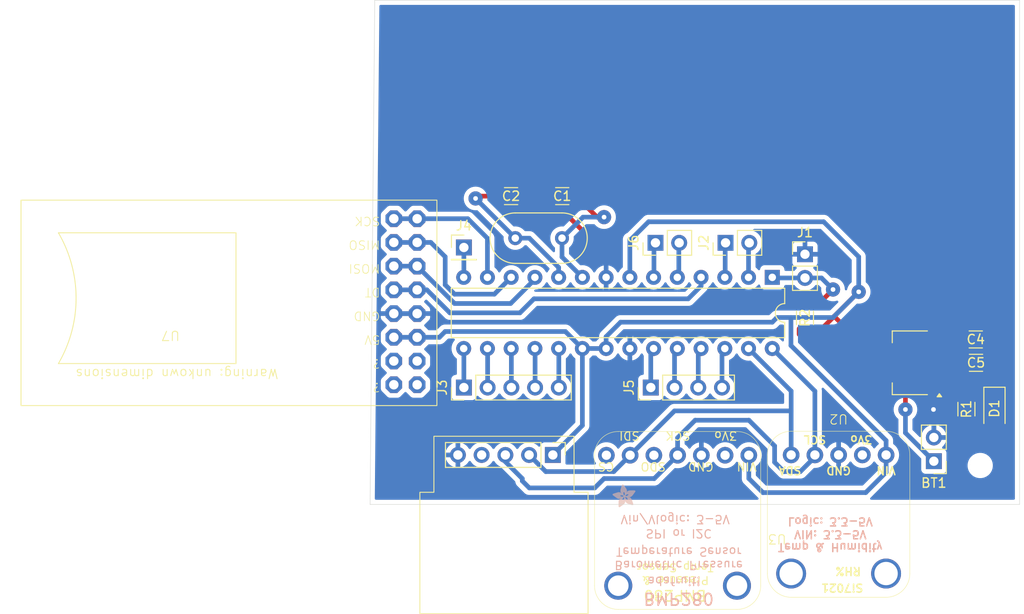
<source format=kicad_pcb>
(kicad_pcb (version 20240108) (generator "pcbnew") (generator_version "8.0")
  (layers (0 "F.Cu" signal) (31 "B.Cu" signal) (34 "B.Paste" user) (35 "F.Paste" user) (36 "B.SilkS" user "B.Silkscreen") (37 "F.SilkS" user "F.Silkscreen") (38 "B.Mask" user) (39 "F.Mask" user) (44 "Edge.Cuts" user))
  (net 0 "")
  (net 2 "GND")
  (net 4 "SDA")
  (net 5 "SCL")
  (net 8 "RST")
  (net 9 "Net-(J3-Pin_2)")
  (net 10 "Net-(J3-Pin_5)")
  (net 11 "Net-(D1-A)")
  (net 12 "/CLK")
  (net 13 "Net-(U4-XTAL1{slash}PB6)")
  (net 14 "/CS")
  (net 15 "+5V")
  (net 16 "Net-(J2-Pin_2)")
  (net 17 "Net-(J2-Pin_1)")
  (net 18 "Net-(J3-Pin_1)")
  (net 19 "Net-(J3-Pin_4)")
  (net 20 "Net-(J4-Pin_1)")
  (net 21 "Net-(J3-Pin_3)")
  (net 22 "/Vin")
  (net 23 "Net-(J5-Pin_3)")
  (net 24 "Net-(J5-Pin_2)")
  (net 25 "Net-(J5-Pin_1)")
  (net 26 "Net-(J5-Pin_4)")
  (net 27 "Net-(J6-Pin_1)")
  (net 28 "Net-(J6-Pin_2)")
  (net 29 "/MOSI")
  (net 30 "/MISO")
  (net 31 "/DT")
  (footprint "Capacitor_SMD:C_1206_3216Metric" (layer "F.Cu") (at 219.145 109.25 180)
    (property "Reference" "C1" (at 0 0 0) (layer "F.SilkS"))
    (property "Value" "22p")
    (pad "1" smd roundrect (at -1.475 0 180) (size 1.15 1.8) (layers "F.Cu" "F.Paste" "F.Mask") (roundrect_rratio 0.217391) (net 13 "Net-(U4-XTAL1{slash}PB6)"))
    (pad "2" smd roundrect (at 1.475 0 180) (size 1.15 1.8) (layers "F.Cu" "F.Paste" "F.Mask") (roundrect_rratio 0.217391) (net 2 "GND"))
  )
  (footprint "Resistor_SMD:R_1206_3216Metric" (layer "F.Cu") (at 262.395 132.0625 -90)
    (property "Reference" "R1" (at 0 0 90) (layer "F.SilkS"))
    (property "Value" "120")
    (pad "1" smd roundrect (at -1.4625 0 270) (size 1.125 1.75) (layers "F.Cu" "F.Paste" "F.Mask") (roundrect_rratio 0.222222) (net 15 "+5V"))
    (pad "2" smd roundrect (at 1.4625 0 270) (size 1.125 1.75) (layers "F.Cu" "F.Paste" "F.Mask") (roundrect_rratio 0.222222) (net 11 "Net-(D1-A)"))
  )
  (footprint "MountingHole:MountingHole_2.2mm_M2" (layer "F.Cu") (at 263.87 138.1)
    (property "Reference" "REF**" (hide yes))
    (property "Value" "MountingHole_2.2mm_M2" (hide yes))
    (pad "" np_thru_hole circle (at 0 0) (size 2.2 2.2) (drill 2.2) (layers "*.Cu" "*.Mask"))
  )
  (footprint "Package_DIP:DIP-28_W7.62mm" (layer "F.Cu") (at 241.62 117.95 -90)
    (property "Reference" "U4" (hide yes))
    (property "Value" "ATmega328-P")
    (pad "1" thru_hole rect (at 0 0 270) (size 1.6 1.6) (drill 0.8) (layers "*.Cu" "*.Mask") (net 8 "RST"))
    (pad "2" thru_hole oval (at 0 2.54 270) (size 1.6 1.6) (drill 0.8) (layers "*.Cu" "*.Mask") (net 16 "Net-(J2-Pin_2)"))
    (pad "3" thru_hole oval (at 0 5.08 270) (size 1.6 1.6) (drill 0.8) (layers "*.Cu" "*.Mask") (net 17 "Net-(J2-Pin_1)"))
    (pad "4" thru_hole oval (at 0 7.62 270) (size 1.6 1.6) (drill 0.8) (layers "*.Cu" "*.Mask") (net 31 "/DT"))
    (pad "5" thru_hole oval (at 0 10.16 270) (size 1.6 1.6) (drill 0.8) (layers "*.Cu" "*.Mask") (net 28 "Net-(J6-Pin_2)"))
    (pad "6" thru_hole oval (at 0 12.7 270) (size 1.6 1.6) (drill 0.8) (layers "*.Cu" "*.Mask") (net 27 "Net-(J6-Pin_1)"))
    (pad "7" thru_hole oval (at 0 15.24 270) (size 1.6 1.6) (drill 0.8) (layers "*.Cu" "*.Mask") (net 15 "+5V"))
    (pad "8" thru_hole oval (at 0 17.78 270) (size 1.6 1.6) (drill 0.8) (layers "*.Cu" "*.Mask") (net 2 "GND"))
    (pad "9" thru_hole oval (at 0 20.32 270) (size 1.6 1.6) (drill 0.8) (layers "*.Cu" "*.Mask") (net 13 "Net-(U4-XTAL1{slash}PB6)"))
    (pad "10" thru_hole oval (at 0 22.86 270) (size 1.6 1.6) (drill 0.8) (layers "*.Cu" "*.Mask") (net 14 "/CS"))
    (pad "11" thru_hole oval (at 0 25.4 270) (size 1.6 1.6) (drill 0.8) (layers "*.Cu" "*.Mask") (net 29 "/MOSI"))
    (pad "12" thru_hole oval (at 0 27.94 270) (size 1.6 1.6) (drill 0.8) (layers "*.Cu" "*.Mask") (net 30 "/MISO"))
    (pad "13" thru_hole oval (at 0 30.48 270) (size 1.6 1.6) (drill 0.8) (layers "*.Cu" "*.Mask") (net 12 "/CLK"))
    (pad "14" thru_hole oval (at 0 33.02 270) (size 1.6 1.6) (drill 0.8) (layers "*.Cu" "*.Mask") (net 20 "Net-(J4-Pin_1)"))
    (pad "15" thru_hole oval (at 7.62 33.02 270) (size 1.6 1.6) (drill 0.8) (layers "*.Cu" "*.Mask") (net 18 "Net-(J3-Pin_1)"))
    (pad "16" thru_hole oval (at 7.62 30.48 270) (size 1.6 1.6) (drill 0.8) (layers "*.Cu" "*.Mask") (net 9 "Net-(J3-Pin_2)"))
    (pad "17" thru_hole oval (at 7.62 27.94 270) (size 1.6 1.6) (drill 0.8) (layers "*.Cu" "*.Mask") (net 21 "Net-(J3-Pin_3)"))
    (pad "18" thru_hole oval (at 7.62 25.4 270) (size 1.6 1.6) (drill 0.8) (layers "*.Cu" "*.Mask") (net 19 "Net-(J3-Pin_4)"))
    (pad "19" thru_hole oval (at 7.62 22.86 270) (size 1.6 1.6) (drill 0.8) (layers "*.Cu" "*.Mask") (net 10 "Net-(J3-Pin_5)"))
    (pad "20" thru_hole oval (at 7.62 20.32 270) (size 1.6 1.6) (drill 0.8) (layers "*.Cu" "*.Mask") (net 15 "+5V"))
    (pad "21" thru_hole oval (at 7.62 17.78 270) (size 1.6 1.6) (drill 0.8) (layers "*.Cu" "*.Mask") (net 15 "+5V"))
    (pad "22" thru_hole oval (at 7.62 15.24 270) (size 1.6 1.6) (drill 0.8) (layers "*.Cu" "*.Mask") (net 2 "GND"))
    (pad "23" thru_hole oval (at 7.62 12.7 270) (size 1.6 1.6) (drill 0.8) (layers "*.Cu" "*.Mask") (net 25 "Net-(J5-Pin_1)"))
    (pad "24" thru_hole oval (at 7.62 10.16 270) (size 1.6 1.6) (drill 0.8) (layers "*.Cu" "*.Mask") (net 24 "Net-(J5-Pin_2)"))
    (pad "25" thru_hole oval (at 7.62 7.62 270) (size 1.6 1.6) (drill 0.8) (layers "*.Cu" "*.Mask") (net 23 "Net-(J5-Pin_3)"))
    (pad "26" thru_hole oval (at 7.62 5.08 270) (size 1.6 1.6) (drill 0.8) (layers "*.Cu" "*.Mask") (net 26 "Net-(J5-Pin_4)"))
    (pad "27" thru_hole oval (at 7.62 2.54 270) (size 1.6 1.6) (drill 0.8) (layers "*.Cu" "*.Mask") (net 4 "SDA"))
    (pad "28" thru_hole oval (at 7.62 0 270) (size 1.6 1.6) (drill 0.8) (layers "*.Cu" "*.Mask") (net 5 "SCL"))
  )
  (footprint "sensors:BMP280" (layer "F.Cu") (at 233.3955 125.614 180)
    (property "Reference" "U3" (at -8.7445 -20.356 180) (layer "F.SilkS") (effects (font (thickness 0.1))))
    (property "Value" "~" (hide yes))
    (fp_text user "BMP280" (at 1.7785 -26.753 180) (layer "B.SilkS") (effects (font (size 1.251712 1.251712) (thickness 0.170688)) (justify mirror)))
    (fp_text user "Vin/Vlogic: 3-5V" (at 2.1595 -18.244 180) (layer "B.SilkS") (effects (font (size 0.89408 0.89408) (thickness 0.12192)) (justify mirror)))
    (fp_text user "adafruit!" (at 5.2075 -24.34 180) (layer "B.SilkS") (effects (font (size 0.89408 0.89408) (thickness 0.12192)) (justify left bottom mirror)))
    (fp_text user "SPI or I2C" (at 1.7785 -19.768 180) (layer "B.SilkS") (effects (font (size 0.89408 0.89408) (thickness 0.12192)) (justify mirror)))
    (fp_text user "Barometric Pressure\nTemperature Sensor" (at 1.7785 -22.435 180) (layer "B.SilkS") (effects (font (size 0.89408 0.89408) (thickness 0.12192)) (justify mirror)))
    (fp_text user "3Vo" (at -4.518233 -8.768987 180) (layer "F.SilkS") (effects (font (size 0.89408 0.89408) (thickness 0.12192)) (justify left bottom)))
    (fp_text user "SCK" (at 0.475891 -8.768987 180) (layer "F.SilkS") (effects (font (size 0.89408 0.89408) (thickness 0.12192)) (justify left bottom)))
    (fp_text user "CS" (at 8.608971 -12.070987 180) (layer "F.SilkS") (effects (font (size 0.89408 0.89408) (thickness 0.12192)) (justify left bottom)))
    (fp_text user "SDI" (at 5.897219 -8.768987 180) (layer "F.SilkS") (effects (font (size 0.89408 0.89408) (thickness 0.12192)) (justify left bottom)))
    (fp_text user "GND" (at -2.022259 -12.070987 180) (layer "F.SilkS") (effects (font (size 0.89408 0.89408) (thickness 0.12192)) (justify left bottom)))
    (fp_text user "VIN" (at -6.633205 -12.070987 180) (layer "F.SilkS") (effects (font (size 0.89408 0.89408) (thickness 0.12192)) (justify left bottom)))
    (fp_text user "SDO" (at 3.100316 -12.070987 180) (layer "F.SilkS") (effects (font (size 0.89408 0.89408) (thickness 0.12192)) (justify left bottom)))
    (fp_text user "BMP280" (at -1.2695 -25.737 180) (layer "F.SilkS") (effects (font (size 1.1176 1.1176) (thickness 0.1524)) (justify left bottom)))
    (fp_text user "Pressure &\nTemp Sensor" (at 2.1595 -24.086 180) (layer "F.SilkS") (effects (font (size 0.849376 0.849376) (thickness 0.115824))))
    (pad "1" thru_hole circle (at -5.7145 -11.386 270) (size 1.778 1.778) (drill 1) (layers "*.Cu" "*.Mask") (net 15 "+5V"))
    (pad "2" thru_hole circle (at -3.1745 -11.386 270) (size 1.778 1.778) (drill 1) (layers "*.Cu" "*.Mask"))
    (pad "3" thru_hole circle (at -0.6345 -11.386 270) (size 1.778 1.778) (drill 1) (layers "*.Cu" "*.Mask") (net 2 "GND"))
    (pad "4" thru_hole circle (at 1.9055 -11.386 270) (size 1.778 1.778) (drill 1) (layers "*.Cu" "*.Mask") (net 5 "SCL"))
    (pad "5" thru_hole circle (at 4.4455 -11.386 270) (size 1.778 1.778) (drill 1) (layers "*.Cu" "*.Mask"))
    (pad "6" thru_hole circle (at 6.9855 -11.386 270) (size 1.778 1.778) (drill 1) (layers "*.Cu" "*.Mask") (net 4 "SDA"))
    (pad "7" thru_hole circle (at 9.5255 -11.386 270) (size 1.778 1.778) (drill 1) (layers "*.Cu" "*.Mask"))
    (pad "P$1" thru_hole circle (at -4.4445 -25.356 180) (size 3 3) (drill 2.2) (layers "*.Cu" "*.Mask"))
    (pad "P$1" thru_hole circle (at 8.2555 -25.356 180) (size 3 3) (drill 2.2) (layers "*.Cu" "*.Mask"))
    (zone (net 0) (net_name "") (layer "B.Cu") (connect_pads (clearance 0)) (min_thickness 0.25)
      (keepout (tracks not_allowed) (vias not_allowed) (pads not_allowed) (copperpour not_allowed) (footprints allowed))
      (fill (thermal_gap 0.5) (thermal_bridge_width 0.5))
      (polygon (pts (xy 223.124 150.97) (xy 223.14362 151.250573) (xy 223.202096 151.525685) (xy 223.298292 151.789981) (xy 223.430335 152.038317) (xy 223.595654 152.26586) (xy 223.791033 152.46818) (xy 224.012667 152.64134) (xy 224.256244 152.781969) (xy 224.517022 152.88733) (xy 224.789925 152.955372) (xy 225.069643 152.984772) (xy 225.350729 152.974956) (xy 225.627715 152.926116) (xy 225.895207 152.839203) (xy 226.148 152.715907) (xy 226.381174 152.55863) (xy 226.590189 152.370431) (xy 226.770978 152.154975) (xy 226.920022 151.916455) (xy 227.03442 151.659513) (xy 227.111946 151.38915) (xy 227.151089 151.110629) (xy 227.151089 150.829371) (xy 227.111946 150.55085) (xy 227.03442 150.280487) (xy 226.920022 150.023545) (xy 226.770978 149.785025) (xy 226.590189 149.569569) (xy 226.381174 149.38137) (xy 226.148 149.224093) (xy 225.895207 149.100797) (xy 225.627715 149.013884) (xy 225.350729 148.965044) (xy 225.069643 148.955228) (xy 224.789925 148.984628) (xy 224.517022 149.05267) (xy 224.256244 149.158031) (xy 224.012667 149.29866) (xy 223.791033 149.47182) (xy 223.595654 149.67414) (xy 223.430335 149.901683) (xy 223.298292 150.150019) (xy 223.202096 150.414315) (xy 223.14362 150.689427)))
      (polygon (pts (xy 225.156 150.97) (xy 225.151314 150.958686) (xy 225.14 150.954) (xy 225.128686 150.958686) (xy 225.124 150.97) (xy 225.128686 150.981314) (xy 225.14 150.986) (xy 225.151314 150.981314)))
    )
    (zone (net 0) (net_name "") (layer "B.Cu") (connect_pads (clearance 0)) (min_thickness 0.25)
      (keepout (tracks not_allowed) (vias not_allowed) (pads not_allowed) (copperpour not_allowed) (footprints allowed))
      (fill (thermal_gap 0.5) (thermal_bridge_width 0.5))
      (polygon (pts (xy 235.824 150.97) (xy 235.84362 151.250573) (xy 235.902096 151.525685) (xy 235.998292 151.789981) (xy 236.130335 152.038317) (xy 236.295654 152.26586) (xy 236.491033 152.46818) (xy 236.712667 152.64134) (xy 236.956244 152.781969) (xy 237.217022 152.88733) (xy 237.489925 152.955372) (xy 237.769643 152.984772) (xy 238.050729 152.974956) (xy 238.327715 152.926116) (xy 238.595207 152.839203) (xy 238.848 152.715907) (xy 239.081174 152.55863) (xy 239.290189 152.370431) (xy 239.470978 152.154975) (xy 239.620022 151.916455) (xy 239.73442 151.659513) (xy 239.811946 151.38915) (xy 239.851089 151.110629) (xy 239.851089 150.829371) (xy 239.811946 150.55085) (xy 239.73442 150.280487) (xy 239.620022 150.023545) (xy 239.470978 149.785025) (xy 239.290189 149.569569) (xy 239.081174 149.38137) (xy 238.848 149.224093) (xy 238.595207 149.100797) (xy 238.327715 149.013884) (xy 238.050729 148.965044) (xy 237.769643 148.955228) (xy 237.489925 148.984628) (xy 237.217022 149.05267) (xy 236.956244 149.158031) (xy 236.712667 149.29866) (xy 236.491033 149.47182) (xy 236.295654 149.67414) (xy 236.130335 149.901683) (xy 235.998292 150.150019) (xy 235.902096 150.414315) (xy 235.84362 150.689427)))
      (polygon (pts (xy 237.856 150.97) (xy 237.851314 150.958686) (xy 237.84 150.954) (xy 237.828686 150.958686) (xy 237.824 150.97) (xy 237.828686 150.981314) (xy 237.84 150.986) (xy 237.851314 150.981314)))
    )
  )
  (footprint "Connector_PinHeader_2.54mm:PinHeader_1x01_P2.54mm_Vertical" (layer "F.Cu") (at 208.62 114.75)
    (property "Reference" "J4" (at 0 -2.33 0) (layer "F.SilkS"))
    (property "Value" "Conn_01x01_Pin" (hide yes))
    (pad "1" thru_hole rect (at 0 0) (size 1.7 1.7) (drill 1) (layers "*.Cu" "*.Mask") (net 20 "Net-(J4-Pin_1)"))
  )
  (footprint "Connector_PinHeader_2.54mm:PinHeader_1x05_P2.54mm_Vertical" (layer "F.Cu") (at 208.62 129.75 90)
    (property "Reference" "J3" (at 0 -2.33 90) (layer "F.SilkS"))
    (property "Value" "Conn_01x05_Pin" (hide yes))
    (pad "1" thru_hole rect (at 0 0 90) (size 1.7 1.7) (drill 1) (layers "*.Cu" "*.Mask") (net 18 "Net-(J3-Pin_1)"))
    (pad "2" thru_hole oval (at 0 2.54 90) (size 1.7 1.7) (drill 1) (layers "*.Cu" "*.Mask") (net 9 "Net-(J3-Pin_2)"))
    (pad "3" thru_hole oval (at 0 5.08 90) (size 1.7 1.7) (drill 1) (layers "*.Cu" "*.Mask") (net 21 "Net-(J3-Pin_3)"))
    (pad "4" thru_hole oval (at 0 7.62 90) (size 1.7 1.7) (drill 1) (layers "*.Cu" "*.Mask") (net 19 "Net-(J3-Pin_4)"))
    (pad "5" thru_hole oval (at 0 10.16 90) (size 1.7 1.7) (drill 1) (layers "*.Cu" "*.Mask") (net 10 "Net-(J3-Pin_5)"))
  )
  (footprint "Connector_PinHeader_2.54mm:PinHeader_1x02_P2.54mm_Vertical" (layer "F.Cu") (at 229.12 114.25 90)
    (property "Reference" "J6" (at 0 -2.33 90) (layer "F.SilkS"))
    (property "Value" "Conn_01x02_Pin" (hide yes))
    (pad "1" thru_hole rect (at 0 0 90) (size 1.7 1.7) (drill 1) (layers "*.Cu" "*.Mask") (net 27 "Net-(J6-Pin_1)"))
    (pad "2" thru_hole oval (at 0 2.54 90) (size 1.7 1.7) (drill 1) (layers "*.Cu" "*.Mask") (net 28 "Net-(J6-Pin_2)"))
  )
  (footprint "Crystal:Resonator-2Pin_W10.0mm_H5.0mm" (layer "F.Cu") (at 214.12 113.75)
    (property "Reference" "Y1" (hide yes))
    (property "Value" "Crystal")
    (pad "1" thru_hole circle (at 0 0) (size 1.5 1.5) (drill 0.8) (layers "*.Cu" "*.Mask") (net 14 "/CS"))
    (pad "2" thru_hole circle (at 5 0) (size 1.5 1.5) (drill 0.8) (layers "*.Cu" "*.Mask") (net 13 "Net-(U4-XTAL1{slash}PB6)"))
  )
  (footprint "Capacitor_SMD:C_1206_3216Metric" (layer "F.Cu") (at 263.42 127.1 180)
    (property "Reference" "C5" (at 0 0 360) (layer "F.SilkS"))
    (property "Value" "10u")
    (pad "1" smd roundrect (at -1.475 0 180) (size 1.15 1.8) (layers "F.Cu" "F.Paste" "F.Mask") (roundrect_rratio 0.217391) (net 2 "GND"))
    (pad "2" smd roundrect (at 1.475 0 180) (size 1.15 1.8) (layers "F.Cu" "F.Paste" "F.Mask") (roundrect_rratio 0.217391) (net 15 "+5V"))
  )
  (footprint "LED_SMD:LED_1206_3216Metric" (layer "F.Cu") (at 265.395 132 -90)
    (property "Reference" "D1" (at 0 0 90) (layer "F.SilkS"))
    (property "Value" "LED")
    (pad "1" smd roundrect (at -1.4 0 270) (size 1.25 1.75) (layers "F.Cu" "F.Paste" "F.Mask") (roundrect_rratio 0.2) (net 2 "GND"))
    (pad "2" smd roundrect (at 1.4 0 270) (size 1.25 1.75) (layers "F.Cu" "F.Paste" "F.Mask") (roundrect_rratio 0.2) (net 11 "Net-(D1-A)"))
  )
  (footprint "Package_TO_SOT_SMD:SOT-223-3_TabPin2" (layer "F.Cu") (at 256.37 127.1 180)
    (property "Reference" "U6" (hide yes))
    (property "Value" "LD1117S33TR_SOT223" (hide yes))
    (pad "1" smd roundrect (at -3.15 -2.3 180) (size 2 1.5) (layers "F.Cu" "F.Paste" "F.Mask") (net 2 "GND"))
    (pad "2" smd roundrect (at -3.15 0 180) (size 2 1.5) (layers "F.Cu" "F.Paste" "F.Mask") (net 15 "+5V"))
    (pad "2" smd roundrect (at 3.15 0 180) (size 2 3.8) (layers "F.Cu" "F.Paste" "F.Mask") (net 15 "+5V"))
    (pad "3" smd roundrect (at -3.15 2.3 180) (size 2 1.5) (layers "F.Cu" "F.Paste" "F.Mask") (net 22 "/Vin"))
  )
  (footprint "sensors:SD_reader_goTronic" (layer "F.Cu") (at 159.231 107.679 180)
    (property "Reference" "U7" (at -18 -16.5 180) (layer "F.SilkS") (effects (font (thickness 0.1))))
    (property "Value" "~")
    (fp_text user "?" (at -39.581607 -21.48144 180) (layer "F.SilkS") (effects (font (size 0.93472 0.93472) (thickness 0.08128)) (justify right bottom)))
    (fp_text user "?" (at -39.581607 -18.94144 180) (layer "F.SilkS") (effects (font (size 0.93472 0.93472) (thickness 0.08128)) (justify right bottom)))
    (fp_text user "GND" (at -37.534126 -13.86144 180) (layer "F.SilkS") (effects (font (size 0.93472 0.93472) (thickness 0.08128)) (justify right bottom)))
    (fp_text user "SCK" (at -37.623146 -3.70144 180) (layer "F.SilkS") (effects (font (size 0.93472 0.93472) (thickness 0.08128)) (justify right bottom)))
    (fp_text user "Warning: unkown dimensions " (at -7 -20 180) (layer "F.SilkS") (effects (font (thickness 0.1)) (justify right bottom)))
    (fp_text user "DT" (at -38.735908 -11.32144 180) (layer "F.SilkS") (effects (font (size 0.93472 0.93472) (thickness 0.08128)) (justify right bottom)))
    (fp_text user "MISO" (at -37 -6.24144 180) (layer "F.SilkS") (effects (font (size 0.93472 0.93472) (thickness 0.08128)) (justify right bottom)))
    (fp_text user "5V" (at -38.691397 -16.40144 180) (layer "F.SilkS") (effects (font (size 0.93472 0.93472) (thickness 0.08128)) (justify right bottom)))
    (fp_text user "MOSI" (at -37 -8.78144 180) (layer "F.SilkS") (effects (font (size 0.93472 0.93472) (thickness 0.08128)) (justify right bottom)))
    (pad "1" thru_hole roundrect (at -44.389 -21.771) (size 1.778 1.778) (drill 1.016) (layers "*.Cu" "*.Mask") (chamfer_ratio 0.2928932188) (chamfer top_left top_right bottom_left bottom_right))
    (pad "1" thru_hole roundrect (at -41.889 -21.771) (size 1.778 1.778) (drill 1.016) (layers "*.Cu" "*.Mask") (chamfer_ratio 0.2928932188) (chamfer top_left top_right bottom_left bottom_right))
    (pad "2" thru_hole roundrect (at -44.389 -19.231) (size 1.778 1.778) (drill 1.016) (layers "*.Cu" "*.Mask") (chamfer_ratio 0.2928932188) (chamfer top_left top_right bottom_left bottom_right))
    (pad "2" thru_hole roundrect (at -41.889 -19.231) (size 1.778 1.778) (drill 1.016) (layers "*.Cu" "*.Mask") (chamfer_ratio 0.2928932188) (chamfer top_left top_right bottom_left bottom_right))
    (pad "3" thru_hole roundrect (at -44.389 -16.691) (size 1.778 1.778) (drill 1.016) (layers "*.Cu" "*.Mask") (chamfer_ratio 0.2928932188) (chamfer top_left top_right bottom_left bottom_right) (net 15 "+5V"))
    (pad "3" thru_hole roundrect (at -41.889 -16.691) (size 1.778 1.778) (drill 1.016) (layers "*.Cu" "*.Mask") (chamfer_ratio 0.2928932188) (chamfer top_left top_right bottom_left bottom_right) (net 15 "+5V"))
    (pad "4" thru_hole roundrect (at -44.389 -14.151) (size 1.778 1.778) (drill 1.016) (layers "*.Cu" "*.Mask") (chamfer_ratio 0.2928932188) (chamfer top_left top_right bottom_left bottom_right) (net 2 "GND"))
    (pad "4" thru_hole roundrect (at -41.889 -14.151) (size 1.778 1.778) (drill 1.016) (layers "*.Cu" "*.Mask") (chamfer_ratio 0.2928932188) (chamfer top_left top_right bottom_left bottom_right) (net 2 "GND"))
    (pad "5" thru_hole roundrect (at -44.389 -11.611) (size 1.778 1.778) (drill 1.016) (layers "*.Cu" "*.Mask") (chamfer_ratio 0.2928932188) (chamfer top_left top_right bottom_left bottom_right) (net 31 "/DT"))
    (pad "5" thru_hole roundrect (at -41.889 -11.611) (size 1.778 1.778) (drill 1.016) (layers "*.Cu" "*.Mask") (chamfer_ratio 0.2928932188) (chamfer top_left top_right bottom_left bottom_right) (net 31 "/DT"))
    (pad "6" thru_hole roundrect (at -44.389 -9.071) (size 1.778 1.778) (drill 1.016) (layers "*.Cu" "*.Mask") (chamfer_ratio 0.2928932188) (chamfer top_left top_right bottom_left bottom_right) (net 29 "/MOSI"))
    (pad "6" thru_hole roundrect (at -41.889 -9.071) (size 1.778 1.778) (drill 1.016) (layers "*.Cu" "*.Mask") (chamfer_ratio 0.2928932188) (chamfer top_left top_right bottom_left bottom_right) (net 29 "/MOSI"))
    (pad "7" thru_hole roundrect (at -44.389 -6.531) (size 1.778 1.778) (drill 1.016) (layers "*.Cu" "*.Mask") (chamfer_ratio 0.2928932188) (chamfer top_left top_right bottom_left bottom_right) (net 30 "/MISO"))
    (pad "7" thru_hole roundrect (at -41.889 -6.531) (size 1.778 1.778) (drill 1.016) (layers "*.Cu" "*.Mask") (chamfer_ratio 0.2928932188) (chamfer top_left top_right bottom_left bottom_right) (net 30 "/MISO"))
    (pad "8" thru_hole roundrect (at -44.389 -3.991) (size 1.778 1.778) (drill 1.016) (layers "*.Cu" "*.Mask") (chamfer_ratio 0.2928932188) (chamfer top_left top_right bottom_left bottom_right) (net 12 "/CLK"))
    (pad "8" thru_hole roundrect (at -41.889 -3.991) (size 1.778 1.778) (drill 1.016) (layers "*.Cu" "*.Mask") (chamfer_ratio 0.2928932188) (chamfer top_left top_right bottom_left bottom_right) (net 12 "/CLK"))
  )
  (footprint "Connector_PinHeader_2.54mm:PinHeader_1x04_P2.54mm_Vertical" (layer "F.Cu") (at 228.62 129.75 90)
    (property "Reference" "J5" (at 0 -2.33 90) (layer "F.SilkS"))
    (property "Value" "Conn_01x04_Pin" (hide yes))
    (pad "1" thru_hole rect (at 0 0 90) (size 1.7 1.7) (drill 1) (layers "*.Cu" "*.Mask") (net 25 "Net-(J5-Pin_1)"))
    (pad "2" thru_hole oval (at 0 2.54 90) (size 1.7 1.7) (drill 1) (layers "*.Cu" "*.Mask") (net 24 "Net-(J5-Pin_2)"))
    (pad "3" thru_hole oval (at 0 5.08 90) (size 1.7 1.7) (drill 1) (layers "*.Cu" "*.Mask") (net 23 "Net-(J5-Pin_3)"))
    (pad "4" thru_hole oval (at 0 7.62 90) (size 1.7 1.7) (drill 1) (layers "*.Cu" "*.Mask") (net 26 "Net-(J5-Pin_4)"))
  )
  (footprint "Capacitor_SMD:C_1206_3216Metric" (layer "F.Cu") (at 263.395 124.6 180)
    (property "Reference" "C4" (at 0 0 360) (layer "F.SilkS"))
    (property "Value" "10u")
    (pad "1" smd roundrect (at -1.475 0 180) (size 1.15 1.8) (layers "F.Cu" "F.Paste" "F.Mask") (roundrect_rratio 0.217391) (net 2 "GND"))
    (pad "2" smd roundrect (at 1.475 0 180) (size 1.15 1.8) (layers "F.Cu" "F.Paste" "F.Mask") (roundrect_rratio 0.217391) (net 22 "/Vin"))
  )
  (footprint "Connector_PinHeader_2.54mm:PinHeader_1x02_P2.54mm_Vertical" (layer "F.Cu") (at 258.91 137.64 180)
    (property "Reference" "BT1" (at 0 -2.33 360) (layer "F.SilkS"))
    (property "Value" "Battery")
    (pad "1" thru_hole rect (at 0 0 180) (size 1.7 1.7) (drill 1) (layers "*.Cu" "*.Mask") (net 22 "/Vin"))
    (pad "2" thru_hole oval (at 0 2.54 180) (size 1.7 1.7) (drill 1) (layers "*.Cu" "*.Mask") (net 2 "GND"))
  )
  (footprint "sensors:Si7021_original" (layer "F.Cu") (at 248.72 132.621 180)
    (property "Reference" "U2" (at 0 -0.5 180) (layer "F.SilkS") (effects (font (thickness 0.1))))
    (property "Value" "~")
    (fp_text user "Temp & Humidity\nVIN: 3.3-5V\nLogic: 3.3-5V" (at 0.889 -12.858 180) (layer "B.SilkS") (effects (font (size 0.85344 0.85344) (thickness 0.16256)) (justify mirror)))
    (fp_text user "Si7021" (at -0.381 -18.573 180) (layer "F.SilkS") (effects (font (size 0.85344 0.85344) (thickness 0.16256))))
    (fp_text user "VIN" (at -5.08 -6 180) (layer "F.SilkS") (effects (font (size 0.85344 0.85344) (thickness 0.16256))))
    (fp_text user "3Vo" (at -2.413 -2.698 180) (layer "F.SilkS") (effects (font (size 0.85344 0.85344) (thickness 0.16256))))
    (fp_text user "RH%" (at -1.016 -16.795 180) (layer "F.SilkS") (effects (font (size 0.85344 0.85344) (thickness 0.16256))))
    (fp_text user "SDA" (at 5.207 -6 180) (layer "F.SilkS") (effects (font (size 0.85344 0.85344) (thickness 0.16256))))
    (fp_text user "GND" (at 0 -6 180) (layer "F.SilkS") (effects (font (size 0.85344 0.85344) (thickness 0.16256))))
    (fp_text user "SCL" (at 2.54 -2.698 180) (layer "F.SilkS") (effects (font (size 0.85344 0.85344) (thickness 0.16256))))
    (pad "1" thru_hole circle (at 5.08 -4.349 90) (size 1.778 1.778) (drill 1) (layers "*.Cu" "*.Mask") (net 4 "SDA"))
    (pad "2" thru_hole circle (at 2.54 -4.349 90) (size 1.778 1.778) (drill 1) (layers "*.Cu" "*.Mask") (net 5 "SCL"))
    (pad "3" thru_hole circle (at 0 -4.349 90) (size 1.778 1.778) (drill 1) (layers "*.Cu" "*.Mask") (net 2 "GND"))
    (pad "4" thru_hole circle (at -2.54 -4.349 90) (size 1.778 1.778) (drill 1) (layers "*.Cu" "*.Mask"))
    (pad "5" thru_hole circle (at -5.08 -4.349 90) (size 1.778 1.778) (drill 1) (layers "*.Cu" "*.Mask") (net 15 "+5V"))
    (pad "P$1" thru_hole circle (at -5.08 -17.049 180) (size 3.2 3.2) (drill 2.5) (layers "*.Cu" "*.Mask"))
    (pad "P$1" thru_hole circle (at 5.08 -17.049 180) (size 3.2 3.2) (drill 2.5) (layers "*.Cu" "*.Mask"))
    (zone (net 0) (net_name "") (layer "B.Cu") (connect_pads (clearance 0)) (min_thickness 0.25)
      (keepout (tracks not_allowed) (vias not_allowed) (pads not_allowed) (copperpour not_allowed) (footprints allowed))
      (fill (thermal_gap 0.5) (thermal_bridge_width 0.5))
      (polygon (pts (xy 241.624 149.67) (xy 241.64362 149.950573) (xy 241.702096 150.225685) (xy 241.798292 150.489981) (xy 241.930335 150.738317) (xy 242.095654 150.96586) (xy 242.291033 151.16818) (xy 242.512667 151.34134) (xy 242.756244 151.481969) (xy 243.017022 151.58733) (xy 243.289925 151.655372) (xy 243.569643 151.684772) (xy 243.850729 151.674956) (xy 244.127715 151.626116) (xy 244.395207 151.539203) (xy 244.648 151.415907) (xy 244.881174 151.25863) (xy 245.090189 151.070431) (xy 245.270978 150.854975) (xy 245.420022 150.616455) (xy 245.53442 150.359513) (xy 245.611946 150.08915) (xy 245.651089 149.810629) (xy 245.651089 149.529371) (xy 245.611946 149.25085) (xy 245.53442 148.980487) (xy 245.420022 148.723545) (xy 245.270978 148.485025) (xy 245.090189 148.269569) (xy 244.881174 148.08137) (xy 244.648 147.924093) (xy 244.395207 147.800797) (xy 244.127715 147.713884) (xy 243.850729 147.665044) (xy 243.569643 147.655228) (xy 243.289925 147.684628) (xy 243.017022 147.75267) (xy 242.756244 147.858031) (xy 242.512667 147.99866) (xy 242.291033 148.17182) (xy 242.095654 148.37414) (xy 241.930335 148.601683) (xy 241.798292 148.850019) (xy 241.702096 149.114315) (xy 241.64362 149.389427)))
      (polygon (pts (xy 243.656 149.67) (xy 243.651314 149.658686) (xy 243.64 149.654) (xy 243.628686 149.658686) (xy 243.624 149.67) (xy 243.628686 149.681314) (xy 243.64 149.686) (xy 243.651314 149.681314)))
    )
    (zone (net 0) (net_name "") (layer "B.Cu") (connect_pads (clearance 0)) (min_thickness 0.25)
      (keepout (tracks not_allowed) (vias not_allowed) (pads not_allowed) (copperpour not_allowed) (footprints allowed))
      (fill (thermal_gap 0.5) (thermal_bridge_width 0.5))
      (polygon (pts (xy 251.784 149.67) (xy 251.80362 149.950573) (xy 251.862096 150.225685) (xy 251.958292 150.489981) (xy 252.090335 150.738317) (xy 252.255654 150.96586) (xy 252.451033 151.16818) (xy 252.672667 151.34134) (xy 252.916244 151.481969) (xy 253.177022 151.58733) (xy 253.449925 151.655372) (xy 253.729643 151.684772) (xy 254.010729 151.674956) (xy 254.287715 151.626116) (xy 254.555207 151.539203) (xy 254.808 151.415907) (xy 255.041174 151.25863) (xy 255.250189 151.070431) (xy 255.430978 150.854975) (xy 255.580022 150.616455) (xy 255.69442 150.359513) (xy 255.771946 150.08915) (xy 255.811089 149.810629) (xy 255.811089 149.529371) (xy 255.771946 149.25085) (xy 255.69442 148.980487) (xy 255.580022 148.723545) (xy 255.430978 148.485025) (xy 255.250189 148.269569) (xy 255.041174 148.08137) (xy 254.808 147.924093) (xy 254.555207 147.800797) (xy 254.287715 147.713884) (xy 254.010729 147.665044) (xy 253.729643 147.655228) (xy 253.449925 147.684628) (xy 253.177022 147.75267) (xy 252.916244 147.858031) (xy 252.672667 147.99866) (xy 252.451033 148.17182) (xy 252.255654 148.37414) (xy 252.090335 148.601683) (xy 251.958292 148.850019) (xy 251.862096 149.114315) (xy 251.80362 149.389427)))
      (polygon (pts (xy 253.816 149.67) (xy 253.811314 149.658686) (xy 253.8 149.654) (xy 253.788686 149.658686) (xy 253.784 149.67) (xy 253.788686 149.681314) (xy 253.8 149.686) (xy 253.811314 149.681314)))
    )
  )
  (footprint "Resistor_SMD:R_1206_3216Metric" (layer "F.Cu") (at 245.12 122.2875 -90)
    (property "Reference" "R2" (at 0 0 90) (layer "F.SilkS"))
    (property "Value" "10k")
    (pad "1" smd roundrect (at -1.4625 0 270) (size 1.125 1.75) (layers "F.Cu" "F.Paste" "F.Mask") (roundrect_rratio 0.222222) (net 8 "RST"))
    (pad "2" smd roundrect (at 1.4625 0 270) (size 1.125 1.75) (layers "F.Cu" "F.Paste" "F.Mask") (roundrect_rratio 0.222222) (net 15 "+5V"))
  )
  (footprint "Capacitor_SMD:C_1206_3216Metric" (layer "F.Cu") (at 213.67 109.25)
    (property "Reference" "C2" (at 0 0 360) (layer "F.SilkS"))
    (property "Value" "22p")
    (pad "1" smd roundrect (at -1.475 0) (size 1.15 1.8) (layers "F.Cu" "F.Paste" "F.Mask") (roundrect_rratio 0.217391) (net 14 "/CS"))
    (pad "2" smd roundrect (at 1.475 0) (size 1.15 1.8) (layers "F.Cu" "F.Paste" "F.Mask") (roundrect_rratio 0.217391) (net 2 "GND"))
  )
  (footprint "Connector_PinHeader_2.54mm:PinHeader_1x02_P2.54mm_Vertical" (layer "F.Cu") (at 236.62 114.25 90)
    (property "Reference" "J2" (at 0 -2.33 90) (layer "F.SilkS"))
    (property "Value" "Conn_01x02_Pin" (hide yes))
    (pad "1" thru_hole rect (at 0 0 90) (size 1.7 1.7) (drill 1) (layers "*.Cu" "*.Mask") (net 17 "Net-(J2-Pin_1)"))
    (pad "2" thru_hole oval (at 0 2.54 90) (size 1.7 1.7) (drill 1) (layers "*.Cu" "*.Mask") (net 16 "Net-(J2-Pin_2)"))
  )
  (footprint "Connector_PinHeader_2.54mm:PinHeader_1x02_P2.54mm_Vertical" (layer "F.Cu") (at 245.12 115.475)
    (property "Reference" "J1" (at 0 -2.33 0) (layer "F.SilkS"))
    (property "Value" "Conn_01x02_Pin" (hide yes))
    (pad "1" thru_hole rect (at 0 0) (size 1.7 1.7) (drill 1) (layers "*.Cu" "*.Mask") (net 2 "GND"))
    (pad "2" thru_hole oval (at 0 2.54) (size 1.7 1.7) (drill 1) (layers "*.Cu" "*.Mask") (net 8 "RST"))
  )
  (footprint "sensors:SGP30" (layer "F.Cu") (at 209.91 150.47)
    (property "Reference" "U1" (hide yes))
    (property "Value" "~" (hide yes))
    (pad "1" thru_hole rect (at 8.23 -13.5 270) (size 1.7 1.7) (drill 1) (layers "*.Cu" "*.Mask") (net 15 "+5V"))
    (pad "2" thru_hole oval (at 5.69 -13.5 270) (size 1.7 1.7) (drill 1) (layers "*.Cu" "*.Mask") (net 4 "SDA"))
    (pad "3" thru_hole oval (at 3.15 -13.5 270) (size 1.7 1.7) (drill 1) (layers "*.Cu" "*.Mask") (net 5 "SCL"))
    (pad "4" thru_hole oval (at 0.61 -13.5 270) (size 1.7 1.7) (drill 1) (layers "*.Cu" "*.Mask"))
    (pad "5" thru_hole oval (at -1.93 -13.5 270) (size 1.7 1.7) (drill 1) (layers "*.Cu" "*.Mask") (net 2 "GND"))
  )
  (gr_line (start 231.62 114.75) (end 231.62 118.25) (stroke (width 0.5)) (layer "B.Cu") (net 28))
  (gr_line (start 268.081955 142.271414) (end 198.581955 142.271414) (stroke (width 0.05)) (layer "Edge.Cuts"))
  (gr_line (start 268.081955 88.271414) (end 268.081955 142.271414) (stroke (width 0.05)) (layer "Edge.Cuts"))
  (gr_line (start 198.581955 142.271414) (end 199.081955 88.271414) (stroke (width 0.05)) (layer "Edge.Cuts"))
  (gr_line (start 199.081955 88.271414) (end 268.081955 88.271414) (stroke (width 0.05)) (layer "Edge.Cuts"))
  (segment (start 217.67 109.3) (end 221.62 113.25) (width 0.5) (layer "F.Cu") (net 2))
  (segment (start 259.52 131.25) (end 259.52 129.4) (width 0.5) (layer "F.Cu") (net 2))
  (segment (start 259.52 129.4) (end 258.67 129.4) (width 0.5) (layer "F.Cu") (net 2))
  (segment (start 260.37 132.1) (end 259.52 131.25) (width 0.5) (layer "F.Cu") (net 2))
  (segment (start 265.395 130.6) (end 265.395 127.6) (width 0.5) (layer "F.Cu") (net 2))
  (segment (start 258.37 132.1) (end 258.67 132.1) (width 0.5) (layer "F.Cu") (net 2))
  (segment (start 266.37 111.5) (end 266.37 121.75) (width 0.5) (layer "F.Cu") (net 2))
  (segment (start 263.895 132.1) (end 260.37 132.1) (width 0.5) (layer "F.Cu") (net 2))
  (segment (start 215.145 109.25) (end 217.67 109.25) (width 0.5) (layer "F.Cu") (net 2))
  (segment (start 264.87 124.6) (end 264.87 123.25) (width 0.5) (layer "F.Cu") (net 2))
  (segment (start 258.67 132.1) (end 259.52 131.25) (width 0.5) (layer "F.Cu") (net 2))
  (segment (start 264.895 124.625) (end 264.895 127.1) (width 0.5) (layer "F.Cu") (net 2))
  (segment (start 265.37 110.5) (end 266.37 111.5) (width 0.5) (layer "F.Cu") (net 2))
  (segment (start 227.62 110.5) (end 265.37 110.5) (width 0.5) (layer "F.Cu") (net 2))
  (segment (start 265.395 130.6) (end 263.895 132.1) (width 0.5) (layer "F.Cu") (net 2))
  (segment (start 224.87 113.25) (end 227.62 110.5) (width 0.5) (layer "F.Cu") (net 2))
  (segment (start 264.87 124.6) (end 264.895 124.625) (width 0.5) (layer "F.Cu") (net 2))
  (segment (start 221.62 113.25) (end 224.87 113.25) (width 0.5) (layer "F.Cu") (net 2))
  (segment (start 264.87 123.25) (end 266.37 121.75) (width 0.5) (layer "F.Cu") (net 2))
  (segment (start 265.395 127.6) (end 264.895 127.1) (width 0.5) (layer "F.Cu") (net 2))
  (segment (start 217.67 109.25) (end 217.67 109.3) (width 0.5) (layer "F.Cu") (net 2))
  (via (at 258.87 132.1) (size 1.524) (drill 0.5) (layers "F.Cu" "B.Cu") (net 2))
  (segment (start 258.91 132.64) (end 258.37 132.1) (width 0.5) (layer "B.Cu") (net 2))
  (segment (start 201.12 121.83) (end 203.62 121.83) (width 0.5) (layer "B.Cu") (net 2))
  (segment (start 258.91 135.1) (end 258.91 132.64) (width 0.5) (layer "B.Cu") (net 2))
  (segment (start 243.64 136.97) (end 243.64 132.25) (width 0.5) (layer "B.Cu") (net 4))
  (segment (start 231.16 132.25) (end 243.64 132.25) (width 0.5) (layer "B.Cu") (net 4))
  (segment (start 224.66 138.75) (end 226.41 137) (width 0.5) (layer "B.Cu") (net 4))
  (segment (start 243.64 132.25) (end 243.64 130.13) (width 0.5) (layer "B.Cu") (net 4))
  (segment (start 217.38 138.75) (end 224.66 138.75) (width 0.5) (layer "B.Cu") (net 4))
  (segment (start 226.41 137) (end 231.16 132.25) (width 0.5) (layer "B.Cu") (net 4))
  (segment (start 215.6 136.97) (end 217.38 138.75) (width 0.5) (layer "B.Cu") (net 4))
  (segment (start 243.64 130.13) (end 239.08 125.57) (width 0.5) (layer "B.Cu") (net 4))
  (segment (start 239.12 133.25) (end 241.87 136) (width 0.5) (layer "B.Cu") (net 5))
  (segment (start 231.49 137) (end 231.49 135.13) (width 0.5) (layer "B.Cu") (net 5))
  (segment (start 242.87 138.75) (end 244.62 138.75) (width 0.5) (layer "B.Cu") (net 5))
  (segment (start 246.18 130.13) (end 241.62 125.57) (width 0.5) (layer "B.Cu") (net 5))
  (segment (start 246.18 137.19) (end 246.18 136.97) (width 0.5) (layer "B.Cu") (net 5))
  (segment (start 222.62 140.5) (end 223.62 139.5) (width 0.5) (layer "B.Cu") (net 5))
  (segment (start 244.62 138.75) (end 246.18 137.19) (width 0.5) (layer "B.Cu") (net 5))
  (segment (start 231.49 135.13) (end 233.37 133.25) (width 0.5) (layer "B.Cu") (net 5))
  (segment (start 223.62 139.5) (end 228.99 139.5) (width 0.5) (layer "B.Cu") (net 5))
  (segment (start 213.06 137.69) (end 214.87 139.5) (width 0.5) (layer "B.Cu") (net 5))
  (segment (start 213.06 136.97) (end 213.06 137.69) (width 0.5) (layer "B.Cu") (net 5))
  (segment (start 228.99 139.5) (end 231.49 137) (width 0.5) (layer "B.Cu") (net 5))
  (segment (start 241.87 136) (end 241.87 137.75) (width 0.5) (layer "B.Cu") (net 5))
  (segment (start 233.37 133.25) (end 239.12 133.25) (width 0.5) (layer "B.Cu") (net 5))
  (segment (start 241.87 137.75) (end 242.87 138.75) (width 0.5) (layer "B.Cu") (net 5))
  (segment (start 214.87 139.75) (end 215.62 140.5) (width 0.5) (layer "B.Cu") (net 5))
  (segment (start 215.62 140.5) (end 222.62 140.5) (width 0.5) (layer "B.Cu") (net 5))
  (segment (start 246.18 136.97) (end 246.18 130.13) (width 0.5) (layer "B.Cu") (net 5))
  (segment (start 214.87 139.5) (end 214.87 139.75) (width 0.5) (layer "B.Cu") (net 5))
  (segment (start 245.12 120.825) (end 246.545 120.825) (width 0.5) (layer "F.Cu") (net 8))
  (segment (start 246.545 120.825) (end 248.12 119.25) (width 0.5) (layer "F.Cu") (net 8))
  (via (at 248.12 119.25) (size 1.524) (drill 0.5) (layers "F.Cu" "B.Cu") (net 8))
  (segment (start 246.885 118.015) (end 245.12 118.015) (width 0.5) (layer "B.Cu") (net 8))
  (segment (start 241.685 118.015) (end 241.62 117.95) (width 0.5) (layer "B.Cu") (net 8))
  (segment (start 245.12 118.015) (end 241.685 118.015) (width 0.5) (layer "B.Cu") (net 8))
  (segment (start 248.12 119.25) (end 246.885 118.015) (width 0.5) (layer "B.Cu") (net 8))
  (segment (start 211.16 125.59) (end 211.14 125.57) (width 0.5) (layer "B.Cu") (net 9))
  (segment (start 211.16 129.75) (end 211.16 125.59) (width 0.5) (layer "B.Cu") (net 9))
  (segment (start 218.78 129.75) (end 218.78 125.59) (width 0.5) (layer "B.Cu") (net 10))
  (segment (start 218.78 125.59) (end 218.76 125.57) (width 0.5) (layer "B.Cu") (net 10))
  (segment (start 262.395 133.525) (end 265.27 133.525) (width 0.5) (layer "F.Cu") (net 11))
  (segment (start 265.27 133.525) (end 265.395 133.4) (width 0.5) (layer "F.Cu") (net 11))
  (segment (start 209.04 111.67) (end 203.62 111.67) (width 0.5) (layer "B.Cu") (net 12))
  (segment (start 201.12 111.67) (end 203.62 111.67) (width 0.5) (layer "B.Cu") (net 12))
  (segment (start 211.14 113.77) (end 209.04 111.67) (width 0.5) (layer "B.Cu") (net 12))
  (segment (start 211.14 117.95) (end 211.14 113.77) (width 0.5) (layer "B.Cu") (net 12))
  (segment (start 220.62 109.25) (end 222.87 111.5) (width 0.5) (layer "F.Cu") (net 13))
  (segment (start 222.87 111.5) (end 223.62 111.5) (width 0.5) (layer "F.Cu") (net 13))
  (via (at 223.62 111.5) (size 1.524) (drill 0.5) (layers "F.Cu" "B.Cu") (net 13))
  (segment (start 219.12 115.77) (end 221.3 117.95) (width 0.5) (layer "B.Cu") (net 13))
  (segment (start 221.37 111.5) (end 219.12 113.75) (width 0.5) (layer "B.Cu") (net 13))
  (segment (start 219.12 113.75) (end 219.12 115.77) (width 0.5) (layer "B.Cu") (net 13))
  (segment (start 223.62 111.5) (end 221.37 111.5) (width 0.5) (layer "B.Cu") (net 13))
  (segment (start 210.12 109.25) (end 212.195 109.25) (width 0.5) (layer "F.Cu") (net 14))
  (segment (start 209.87 109.5) (end 210.12 109.25) (width 0.5) (layer "F.Cu") (net 14))
  (via (at 209.87 109.5) (size 1.524) (drill 0.5) (layers "F.Cu" "B.Cu") (net 14))
  (segment (start 215.62 113.75) (end 218.76 116.89) (width 0.5) (layer "B.Cu") (net 14))
  (segment (start 218.76 116.89) (end 218.76 117.95) (width 0.5) (layer "B.Cu") (net 14))
  (segment (start 209.87 109.5) (end 214.12 113.75) (width 0.5) (layer "B.Cu") (net 14))
  (segment (start 214.12 113.75) (end 215.62 113.75) (width 0.5) (layer "B.Cu") (net 14))
  (segment (start 263.37 124.078122) (end 263.37 126.1) (width 0.5) (layer "F.Cu") (net 15))
  (segment (start 253.87 127.1) (end 257.87 123.1) (width 0.5) (layer "F.Cu") (net 15))
  (segment (start 262.395 130.6) (end 262.395 127.55) (width 0.5) (layer "F.Cu") (net 15))
  (segment (start 246.62 123.75) (end 245.12 123.75) (width 0.5) (layer "F.Cu") (net 15))
  (segment (start 257.87 123.1) (end 262.391878 123.1) (width 0.5) (layer "F.Cu") (net 15))
  (segment (start 250.87 119.5) (end 248.245 122.125) (width 0.5) (layer "F.Cu") (net 15))
  (segment (start 262.37 127.1) (end 261.945 127.1) (width 0.5) (layer "F.Cu") (net 15))
  (segment (start 248.245 122.125) (end 246.62 123.75) (width 0.5) (layer "F.Cu") (net 15))
  (segment (start 253.22 127.1) (end 248.245 122.125) (width 0.5) (layer "F.Cu") (net 15))
  (segment (start 262.391878 123.1) (end 263.37 124.078122) (width 0.5) (layer "F.Cu") (net 15))
  (segment (start 263.37 126.1) (end 262.37 127.1) (width 0.5) (layer "F.Cu") (net 15))
  (segment (start 259.52 127.1) (end 261.945 127.1) (width 0.5) (layer "F.Cu") (net 15))
  (segment (start 262.395 127.55) (end 261.945 127.1) (width 0.5) (layer "F.Cu") (net 15))
  (segment (start 253.22 127.1) (end 253.87 127.1) (width 0.5) (layer "F.Cu") (net 15))
  (via (at 250.87 119.5) (size 1.524) (drill 0.5) (layers "F.Cu" "B.Cu") (net 15))
  (segment (start 219.48 123.75) (end 221.3 125.57) (width 0.5) (layer "B.Cu") (net 15))
  (segment (start 240.62 141) (end 251.62 141) (width 0.5) (layer "B.Cu") (net 15))
  (segment (start 248.12 122.25) (end 250.87 119.5) (width 0.5) (layer "B.Cu") (net 15))
  (segment (start 243.62 122.25) (end 248.12 122.25) (width 0.5) (layer "B.Cu") (net 15))
  (segment (start 242.12 122.25) (end 243.62 122.25) (width 0.5) (layer "B.Cu") (net 15))
  (segment (start 243.62 125.25) (end 253.8 135.43) (width 0.5) (layer "B.Cu") (net 15))
  (segment (start 243.62 122.25) (end 243.62 125.25) (width 0.5) (layer "B.Cu") (net 15))
  (segment (start 226.38 113.9) (end 226.38 114) (width 0.5) (layer "B.Cu") (net 15))
  (segment (start 226.38 114) (end 226.38 117.95) (width 0.5) (layer "B.Cu") (net 15))
  (segment (start 206 124.37) (end 206.62 123.75) (width 0.5) (layer "B.Cu") (net 15))
  (segment (start 239.11 139.49) (end 240.62 141) (width 0.5) (layer "B.Cu") (net 15))
  (segment (start 239.11 137) (end 239.11 139.49) (width 0.5) (layer "B.Cu") (net 15))
  (segment (start 203.62 124.37) (end 206 124.37) (width 0.5) (layer "B.Cu") (net 15))
  (segment (start 226.07 117.64) (end 226.38 117.95) (width 0.5) (layer "B.Cu") (net 15))
  (segment (start 206.62 123.75) (end 219.48 123.75) (width 0.5) (layer "B.Cu") (net 15))
  (segment (start 253.8 138.82) (end 253.8 136.97) (width 0.5) (layer "B.Cu") (net 15))
  (segment (start 221.3 125.57) (end 221.3 125.43) (width 0.5) (layer "B.Cu") (net 15))
  (segment (start 253.8 135.43) (end 253.8 136.97) (width 0.5) (layer "B.Cu") (net 15))
  (segment (start 241.62 122.75) (end 242.12 122.25) (width 0.5) (layer "B.Cu") (net 15))
  (segment (start 223.84 125.57) (end 223.84 124.3) (width 0.5) (layer "B.Cu") (net 15))
  (segment (start 223.84 124.3) (end 225.39 122.75) (width 0.5) (layer "B.Cu") (net 15))
  (segment (start 226.38 114) (end 228.38 112) (width 0.5) (layer "B.Cu") (net 15))
  (segment (start 247.12 112) (end 250.87 115.75) (width 0.5) (layer "B.Cu") (net 15))
  (segment (start 218.14 136.97) (end 221.3 133.81) (width 0.5) (layer "B.Cu") (net 15))
  (segment (start 221.3 125.57) (end 223.84 125.57) (width 0.5) (layer "B.Cu") (net 15))
  (segment (start 221.3 133.81) (end 221.3 125.57) (width 0.5) (layer "B.Cu") (net 15))
  (segment (start 225.39 122.75) (end 241.62 122.75) (width 0.5) (layer "B.Cu") (net 15))
  (segment (start 228.38 112) (end 247.12 112) (width 0.5) (layer "B.Cu") (net 15))
  (segment (start 251.62 141) (end 253.8 138.82) (width 0.5) (layer "B.Cu") (net 15))
  (segment (start 250.87 115.75) (end 250.87 119.5) (width 0.5) (layer "B.Cu") (net 15))
  (segment (start 201.12 124.37) (end 203.62 124.37) (width 0.5) (layer "B.Cu") (net 15))
  (segment (start 239.11 137.76) (end 239.11 137) (width 0.5) (layer "B.Cu") (net 15))
  (segment (start 239.12 114.75) (end 239.08 114.79) (width 0.5) (layer "B.Cu") (net 16))
  (segment (start 239.08 114.79) (end 239.08 117.95) (width 0.5) (layer "B.Cu") (net 16))
  (segment (start 236.58 114.75) (end 236.58 117.91) (width 0.5) (layer "B.Cu") (net 17))
  (segment (start 236.58 117.91) (end 236.54 117.95) (width 0.5) (layer "B.Cu") (net 17))
  (segment (start 208.62 129.75) (end 208.62 125.59) (width 0.5) (layer "B.Cu") (net 18))
  (segment (start 208.62 125.59) (end 208.6 125.57) (width 0.5) (layer "B.Cu") (net 18))
  (segment (start 216.24 129.75) (end 216.24 125.59) (width 0.5) (layer "B.Cu") (net 19))
  (segment (start 216.24 125.59) (end 216.22 125.57) (width 0.5) (layer "B.Cu") (net 19))
  (segment (start 208.62 117.93) (end 208.6 117.95) (width 0.5) (layer "B.Cu") (net 20))
  (segment (start 208.62 114.75) (end 208.62 117.93) (width 0.5) (layer "B.Cu") (net 20))
  (segment (start 213.7 129.75) (end 213.7 125.59) (width 0.5) (layer "B.Cu") (net 21))
  (segment (start 213.7 125.59) (end 213.68 125.57) (width 0.5) (layer "B.Cu") (net 21))
  (segment (start 259.52 124.8) (end 261.72 124.8) (width 0.5) (layer "F.Cu") (net 22))
  (segment (start 255.87 131.6) (end 255.87 132.1) (width 0.5) (layer "F.Cu") (net 22))
  (segment (start 261.72 124.8) (end 261.92 124.6) (width 0.5) (layer "F.Cu") (net 22))
  (segment (start 259.52 124.8) (end 255.87 128.45) (width 0.5) (layer "F.Cu") (net 22))
  (segment (start 255.87 128.45) (end 255.87 131.6) (width 0.5) (layer "F.Cu") (net 22))
  (via (at 255.87 132.1) (size 1.524) (drill 0.5) (layers "F.Cu" "B.Cu") (net 22))
  (segment (start 255.87 134.6) (end 258.91 137.64) (width 0.5) (layer "B.Cu") (net 22))
  (segment (start 255.87 132.1) (end 255.87 134.6) (width 0.5) (layer "B.Cu") (net 22))
  (segment (start 233.7 125.87) (end 234 125.57) (width 0.5) (layer "B.Cu") (net 23))
  (segment (start 233.7 129.25) (end 233.7 125.87) (width 0.5) (layer "B.Cu") (net 23))
  (segment (start 231.16 129.25) (end 231.16 125.87) (width 0.5) (layer "B.Cu") (net 24))
  (segment (start 231.16 125.87) (end 231.46 125.57) (width 0.5) (layer "B.Cu") (net 24))
  (segment (start 228.62 129.25) (end 228.62 125.87) (width 0.5) (layer "B.Cu") (net 25))
  (segment (start 228.62 125.87) (end 228.92 125.57) (width 0.5) (layer "B.Cu") (net 25))
  (segment (start 236.24 129.25) (end 236.24 125.87) (width 0.5) (layer "B.Cu") (net 26))
  (segment (start 236.24 125.87) (end 236.54 125.57) (width 0.5) (layer "B.Cu") (net 26))
  (segment (start 228.96 117.91) (end 228.92 117.95) (width 0.5) (layer "B.Cu") (net 27))
  (segment (start 228.96 114.75) (end 228.96 117.91) (width 0.5) (layer "B.Cu") (net 27))
  (segment (start 215.82 117.95) (end 216.22 117.95) (width 0.5) (layer "B.Cu") (net 29))
  (segment (start 207.62 120.75) (end 203.62 116.75) (width 0.5) (layer "B.Cu") (net 29))
  (segment (start 213.62 120.75) (end 207.62 120.75) (width 0.5) (layer "B.Cu") (net 29))
  (segment (start 216.22 117.95) (end 216.22 118.15) (width 0.5) (layer "B.Cu") (net 29))
  (segment (start 216.22 118.15) (end 213.62 120.75) (width 0.5) (layer "B.Cu") (net 29))
  (segment (start 201.12 116.75) (end 203.62 116.75) (width 0.5) (layer "B.Cu") (net 29))
  (segment (start 207.62 119.75) (end 206.62 118.75) (width 0.5) (layer "B.Cu") (net 30))
  (segment (start 201.12 114.21) (end 203.62 114.21) (width 0.5) (layer "B.Cu") (net 30))
  (segment (start 213.68 117.95) (end 211.88 119.75) (width 0.5) (layer "B.Cu") (net 30))
  (segment (start 211.88 119.75) (end 207.62 119.75) (width 0.5) (layer "B.Cu") (net 30))
  (segment (start 206.62 118.75) (end 206.62 115.75) (width 0.5) (layer "B.Cu") (net 30))
  (segment (start 205.08 114.21) (end 203.62 114.21) (width 0.5) (layer "B.Cu") (net 30))
  (segment (start 206.62 115.75) (end 205.08 114.21) (width 0.5) (layer "B.Cu") (net 30))
  (segment (start 216.12 120.25) (end 232.62 120.25) (width 0.5) (layer "B.Cu") (net 31))
  (segment (start 203.62 119.29) (end 204.66 119.29) (width 0.5) (layer "B.Cu") (net 31))
  (segment (start 234 118.87) (end 234 117.95) (width 0.5) (layer "B.Cu") (net 31))
  (segment (start 207.12 121.75) (end 214.62 121.75) (width 0.5) (layer "B.Cu") (net 31))
  (segment (start 214.62 121.75) (end 216.12 120.25) (width 0.5) (layer "B.Cu") (net 31))
  (segment (start 232.62 120.25) (end 234 118.87) (width 0.5) (layer "B.Cu") (net 31))
  (segment (start 204.66 119.29) (end 207.12 121.75) (width 0.5) (layer "B.Cu") (net 31))
  (segment (start 201.12 119.29) (end 203.62 119.29) (width 0.5) (layer "B.Cu") (net 31))
  (zone (net 2) (net_name "GND") (layer "B.Cu") (connect_pads (clearance 0.5)) (min_thickness 0.25) (fill yes (thermal_gap 0.5) (thermal_bridge_width 0.5))
    (polygon (pts (xy 199.081955 88.271414) (xy 268.081955 88.271414) (xy 268.581955 142.271414) (xy 198.581955 142.271414)))
  )
)
</source>
